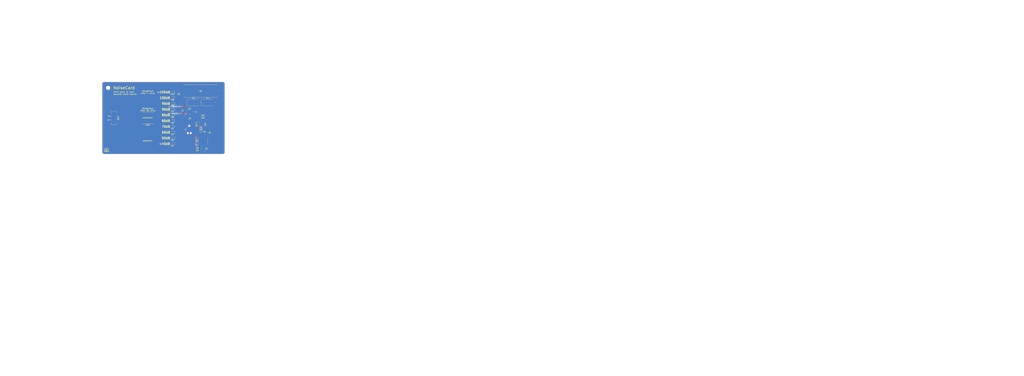
<source format=kicad_pcb>
(kicad_pcb (version 20221018) (generator pcbnew)
  (title_block (title "NoiseCard") (date "2024-06-01") (company "bitgloo") (comment 1 "Drawn by Clyne Sullivan") (comment 2 "Released under the CERN Open Hardware License Version 2 - Strongly Reciprocal"))
  (layers (0 "F.Cu" signal) (31 "B.Cu" signal) (34 "B.Paste" user) (35 "F.Paste" user) (36 "B.SilkS" user "B.Silkscreen") (37 "F.SilkS" user "F.Silkscreen") (38 "B.Mask" user) (39 "F.Mask" user) (44 "Edge.Cuts" user))
  (net 0 "")
  (net 1 "SWCLK")
  (net 2 "GND")
  (net 3 "MIC_WS")
  (net 4 "MIC_BCLK")
  (net 5 "Net-(MK1-DATA_OUT)")
  (net 6 "MIC_DATA_OUT")
  (net 7 "Net-(U1-PA4)")
  (net 8 "SWDIO")
  (net 9 "+1V8")
  (net 10 "Net-(U2-SW)")
  (net 11 "VDC")
  (net 12 "Net-(U1-PA5)")
  (net 13 "LED0")
  (net 14 "Net-(D1-A)")
  (net 15 "LED1")
  (net 16 "LED2")
  (net 17 "LED3")
  (net 18 "LED4")
  (net 19 "LED5")
  (net 20 "LED6")
  (net 21 "LED7")
  (net 22 "LED8")
  (net 23 "LED9")
  (net 24 "NRST")
  (net 25 "EN")
  (net 26 "Net-(U1-PA12{slash}PA10)")
  (footprint "MountingHole:MountingHole_2.5mm" (layer "F.Cu") (at 114 54)
    (fp_text reference "H1" hide)
    (fp_text value "MountingHole_Pad")
  )
  (footprint "Capacitor_Tantalum_SMD:CP_EIA-7343-15_Kemet-W" (layer "F.Cu") (at 183.25 64.25)
    (fp_text reference "C4")
    (fp_text value "330u")
  )
  (footprint "Package_TO_SOT_SMD:TSOT-23-5" (layer "F.Cu") (at 170.75 70.6875)
    (fp_text reference "U2")
    (fp_text value "LM3670MF")
  )
  (footprint "Capacitor_SMD:C_0603_1608Metric" (layer "F.Cu") (at 177.775 80.25 180)
    (fp_text reference "C6")
    (fp_text value "0.1U")
  )
  (footprint "Capacitor_SMD:C_0805_2012Metric" (layer "F.Cu") (at 178.55 95.925)
    (fp_text reference "C8")
    (fp_text value "2U2")
  )
  (footprint "Connector:Tag-Connect_TC2030-IDC-NL_2x03_P1.27mm_Vertical" (layer "F.Cu") (at 170.5 83 -90)
    (fp_text reference "J1")
    (fp_text value "Conn_ARM_SWD_TagConnect_TC2030-NL")
  )
  (footprint "Resistor_SMD:R_0603_1608Metric" (layer "F.Cu") (at 163.25 57 180)
    (fp_text reference "R1")
    (fp_text value "51")
  )
  (footprint "Capacitor_SMD:C_0603_1608Metric" (layer "F.Cu") (at 178.75 97.675)
    (fp_text reference "C9")
    (fp_text value "0.1U")
  )
  (footprint "LED_SMD:LED_0603_1608Metric" (layer "F.Cu") (at 158.7875 77 180)
    (fp_text reference "D5")
    (fp_text value "LED")
  )
  (footprint "Resistor_SMD:R_0603_1608Metric" (layer "F.Cu") (at 181 86)
    (fp_text reference "R3")
    (fp_text value "51")
  )
  (footprint "Button_Switch_SMD:SW_DPDT_CK_JS202011JCQN" (layer "F.Cu") (at 118 75 -90)
    (fp_text reference "SW1")
    (fp_text value "SW_DPDT_x2")
  )
  (footprint "LED_SMD:LED_0603_1608Metric" (layer "F.Cu") (at 158.7875 73 180)
    (fp_text reference "D6")
    (fp_text value "LED")
  )
  (footprint "LED_SMD:LED_0603_1608Metric" (layer "F.Cu") (at 158.7875 65 180)
    (fp_text reference "D8")
    (fp_text value "LED")
  )
  (footprint "LED_SMD:LED_0603_1608Metric" (layer "F.Cu") (at 158.7875 89 180)
    (fp_text reference "D2")
    (fp_text value "LED")
  )
  (footprint "Capacitor_SMD:C_0603_1608Metric" (layer "F.Cu") (at 177.775 78.75 180)
    (fp_text reference "C7")
    (fp_text value "200P")
  )
  (footprint "LED_SMD:LED_0603_1608Metric" (layer "F.Cu") (at 158.7875 57 180)
    (fp_text reference "D10")
    (fp_text value "LED")
  )
  (footprint "Resistor_SMD:R_0603_1608Metric" (layer "F.Cu") (at 180.25 79.5 -90)
    (fp_text reference "R10")
    (fp_text value "51")
  )
  (footprint "TestPoint:TestPoint_Pad_D1.0mm" (layer "F.Cu") (at 178.5 84.5)
    (fp_text reference "TP1")
    (fp_text value "TestPoint")
  )
  (footprint "LED_SMD:LED_0603_1608Metric" (layer "F.Cu") (at 158.7875 81 180)
    (fp_text reference "D4")
    (fp_text value "LED")
  )
  (footprint "Inductor_SMD:L_0805_2012Metric" (layer "F.Cu") (at 173.75 70.6875 -90)
    (fp_text reference "L1")
    (fp_text value "10u")
  )
  (footprint "noisemeter:MIC_SPH0645LM4H-B" (layer "F.Cu") (at 180 75 180)
    (fp_text reference "MK1")
    (fp_text value "SPH0645LM4H-B")
  )
  (footprint "Capacitor_SMD:C_0603_1608Metric" (layer "F.Cu") (at 181 96.425 -90)
    (fp_text reference "C5")
    (fp_text value "0.1U")
  )
  (footprint "LED_SMD:LED_0603_1608Metric" (layer "F.Cu") (at 158.7875 93 180)
    (fp_text reference "D1")
    (fp_text value "LED")
  )
  (footprint "Resistor_SMD:R_0603_1608Metric" (layer "F.Cu") (at 183.25 85.25 -90)
    (fp_text reference "R2")
    (fp_text value "51")
  )
  (footprint "Capacitor_SMD:C_0805_2012Metric" (layer "F.Cu") (at 167.5 69.6875 -90)
    (fp_text reference "C1")
    (fp_text value "4u7")
  )
  (footprint "LED_SMD:LED_0603_1608Metric" (layer "F.Cu") (at 158.7875 61 180)
    (fp_text reference "D9")
    (fp_text value "LED")
  )
  (footprint "Library:KXOB25-02X8F-TR_IXY" (layer "F.Cu") (at 178.25 56.25 180)
    (fp_text reference "B1")
    (fp_text value "KXOB25-02X8F-TR")
  )
  (footprint "Capacitor_SMD:C_0805_2012Metric" (layer "F.Cu") (at 170.75 73.6875 180)
    (fp_text reference "C2")
    (fp_text value "10u")
  )
  (footprint "LED_SMD:LED_0603_1608Metric" (layer "F.Cu") (at 158.7875 85 180)
    (fp_text reference "D3")
    (fp_text value "LED")
  )
  (footprint "Capacitor_Tantalum_SMD:CP_EIA-7343-15_Kemet-W" (layer "F.Cu") (at 173.25 64.25)
    (fp_text reference "C3")
    (fp_text value "330u")
  )
  (footprint "Package_SO:TSSOP-20_4.4x6.5mm_P0.65mm" (layer "F.Cu") (at 180 90.75 90)
    (fp_text reference "U1")
    (fp_text value "STM32G031F6Px")
  )
  (footprint "LED_SMD:LED_0603_1608Metric" (layer "F.Cu") (at 158.7875 69 180)
    (fp_text reference "D7")
    (fp_text value "LED")
  )
  (gr_line (start 145.6 78.8) (end 137.6 78.8) (stroke (width 0.15)) (layer "F.SilkS"))
  (gr_line (start 145.6 71) (end 137.6 71) (stroke (width 0.15)) (layer "F.SilkS"))
  (gr_poly (pts (xy 112.913733 95.905135) (xy 112.991006 95.909286) (xy 113.027346 95.912433) (xy 113.061583 95.91629) (xy 113.093287 95.920855) (xy 113.12203 95.926126) (xy 113.228728 95.953368) (xy 113.333008 95.98862) (xy 113.4346 96.031623) (xy 113.533237 96.08212) (xy 113.628649 96.139851) (xy 113.720567 96.204559) (xy 113.808724 96.275984) (xy 113.89285 96.353869) (xy 113.972676 96.437955) (xy 114.047934 96.527984) (xy 114.118355 96.623697) (xy 114.183671 96.724837) (xy 114.243612 96.831144) (xy 114.29791 96.94236) (xy 114.346297 97.058227) (xy 114.388503 97.178487) (xy 114.418585 97.278071) (xy 114.442963 97.374224) (xy 114.453141 97.422163) (xy 114.462049 97.470624) (xy 114.469736 97.520067) (xy 114.476256 97.570952) (xy 114.48166 97.623739) (xy 114.485999 97.678887) (xy 114.49169 97.798108) (xy 114.493743 97.932295) (xy 114.492572 98.085126) (xy 114.48728 98.462598) (xy 114.434364 98.504932) (xy 114.416401 98.518399) (xy 114.407567 98.523903) (xy 114.398149 98.528661) (xy 114.387635 98.532727) (xy 114.375514 98.536154) (xy 114.361275 98.538998) (xy 114.344405 98.541312) (xy 114.324394 98.54315) (xy 114.300728 98.544567) (xy 114.240391 98.546355) (xy 114.1593 98.54711) (xy 114.053364 98.547265) (xy 113.945484 98.547179) (xy 113.901598 98.546974) (xy 113.863691 98.546576) (xy 113.83122 98.545919) (xy 113.816853 98.545474) (xy 113.803643 98.54494) (xy 113.79152 98.544308) (xy 113.780417 98.543572) (xy 113.770266 98.542723) (xy 113.760999 98.541753) (xy 113.752549 98.540653) (xy 113.744848 98.539417) (xy 113.737827 98.538035) (xy 113.731419 98.536499) (xy 113.725557 98.534802) (xy 113.720172 98.532935) (xy 113.715197 98.530891) (xy 113.710563 98.528661) (xy 113.706203 98.526238) (xy 113.702049 98.523612) (xy 113.698034 98.520777) (xy 113.694088 98.517723) (xy 113.690146 98.514444) (xy 113.686138 98.51093) (xy 113.677655 98.503168) (xy 113.671278 98.496963) (xy 113.665375 98.490596) (xy 113.659944 98.48408) (xy 113.654983 98.477426) (xy 113.650492 98.470648) (xy 113.646467 98.463759) (xy 113.642909 98.456772) (xy 113.639814 98.4497) (xy 113.637182 98.442555) (xy 113.635011 98.435351) (xy 113.6333 98.4281) (xy 113.632046 98.420816) (xy 113.631248 98.413511) (xy 113.630904 98.406198) (xy 113.631013 98.398891) (xy 113.631574 98.391602) (xy 113.632584 98.384343) (xy 113.634042 98.377129) (xy 113.635946 98.369971) (xy 113.638295 98.362883) (xy 113.641087 98.355878) (xy 113.644321 98.348968) (xy 113.647995 98.342167) (xy 113.652106 98.335488) (xy 113.656655 98.328943) (xy 113.661639 98.322545) (xy 113.667056 98.316307) (xy 113.672905 98.310242) (xy 113.679184 98.304363) (xy 113.685891 98.298684) (xy 113.693026 98.293216) (xy 113.700586 98.287973) (xy 113.720082 98.275595) (xy 113.729518 98.270474) (xy 113.739143 98.266007) (xy 113.749254 98.26215) (xy 113.760148 98.258859) (xy 113.772122 98.256089) (xy 113.785473 98.253798) (xy 113.800498 98.251941) (xy 113.817495 98.250473) (xy 113.858592 98.248534) (xy 113.91114 98.247628) (xy 113.977516 98.247404) (xy 114.192711 98.247404) (xy 114.206822 98.111584) (xy 114.211657 98.040847) (xy 114.213009 97.967204) (xy 114.210992 97.891136) (xy 114.20572 97.813129) (xy 114.197305 97.733664) (xy 114.185862 97.653225) (xy 114.171505 97.572295) (xy 114.154346 97.491357) (xy 114.134501 97.410895) (xy 114.112082 97.331391) (xy 114.087203 97.253329) (xy 114.059978 97.177192) (xy 114.030521 97.103463) (xy 113.998945 97.032625) (xy 113.965364 96.965162) (xy 113.929892 96.901557) (xy 113.887456 96.833814) (xy 113.842255 96.768896) (xy 113.794419 96.706898) (xy 113.744077 96.647915) (xy 113.691357 96.592043) (xy 113.63639 96.539377) (xy 113.579304 96.490014) (xy 113.520228 96.444048) (xy 113.459292 96.401575) (xy 113.396625 96.362692) (xy 113.332356 96.327493) (xy 113.266614 96.296074) (xy 113.199529 96.268531) (xy 113.131229 96.244959) (xy 113.061844 96.225454) (xy 112.991502 96.210112) (xy 112.942592 96.20143) (xy 112.921619 96.19802) (xy 112.902509 96.195229) (xy 112.884918 96.193059) (xy 112.868502 96.191509) (xy 112.852919 96.190578) (xy 112.837824 96.190268) (xy 112.822873 96.190578) (xy 112.807724 96.191509) (xy 112.792032 96.193059) (xy 112.775454 96.195229) (xy 112.757646 96.19802) (xy 112.738264 96.20143) (xy 112.693405 96.210112) (xy 112.621501 96.226451) (xy 112.551919 96.245738) (xy 112.484585 96.268027) (xy 112.419424 96.293373) (xy 112.356361 96.32183) (xy 112.295321 96.353452) (xy 112.236229 96.388294) (xy 112.179011 96.426409) (xy 112.123591 96.467852) (xy 112.069895 96.512678) (xy 112.017847 96.560939) (xy 111.967372 96.612692) (xy 111.918396 96.66799) (xy 111.870844 96.726887) (xy 111.82464 96.789437) (xy 111.779711 96.855695) (xy 111.748767 96.905429) (xy 111.719439 96.956072) (xy 111.691728 97.007624) (xy 111.665637 97.060086) (xy 111.641168 97.113457) (xy 111.618325 97.167738) (xy 111.59711 97.222929) (xy 111.577525 97.279029) (xy 111.559573 97.336038) (xy 111.543257 97.393957) (xy 111.528578 97.452786) (xy 111.515541 97.512523) (xy 111.504147 97.573171) (xy 111.494398 97.634728) (xy 111.486299 97.697194) (xy 111.47985 97.76057) (xy 111.473325 97.839201) (xy 111.468329 97.917336) (xy 111.464905 97.992494) (xy 111.463093 98.062195) (xy 111.462934 98.123959) (xy 111.464471 98.175305) (xy 111.465888 98.196296) (xy 111.467744 98.213752) (xy 111.470044 98.227364) (xy 111.472794 98.23682) (xy 111.474831 98.241207) (xy 111.477759 98.245123) (xy 111.481766 98.248595) (xy 111.487043 98.251648) (xy 111.493777 98.254309) (xy 111.502157 98.256602) (xy 111.512371 98.258555) (xy 111.524608 98.260192) (xy 111.555907 98.262624) (xy 111.597562 98.264106) (xy 111.651081 98.264843) (xy 111.717975 98.265043) (xy 111.788554 98.26526) (xy 111.818174 98.265589) (xy 111.844396 98.266117) (xy 111.867507 98.266884) (xy 111.887794 98.267926) (xy 111.905543 98.269284) (xy 111.913556 98.270093) (xy 111.921042 98.270996) (xy 111.928038 98.271997) (xy 111.934578 98.2731) (xy 111.940699 98.274312) (xy 111.946436 98.275636) (xy 111.951826 98.277078) (xy 111.956905 98.278643) (xy 111.961707 98.280334) (xy 111.96627 98.282158) (xy 111.970628 98.284119) (xy 111.974818 98.286221) (xy 111.978876 98.28847) (xy 111.982837 98.290871) (xy 111.986738 98.293427) (xy 111.990613 98.296146) (xy 111.998433 98.302084) (xy 112.00389 98.306691) (xy 112.009015 98.311572) (xy 112.013809 98.31671) (xy 112.01827 98.32209) (xy 112.022397 98.327696) (xy 112.026191 98.333513) (xy 112.02965 98.339523) (xy 112.032774 98.345713) (xy 112.035562 98.352065) (xy 112.038013 98.358564) (xy 112.040127 98.365195) (xy 112.041903 98.37194) (xy 112.043341 98.378786) (xy 112.04444 98.385714) (xy 112.045199 98.392711) (xy 112.045617 98.39976) (xy 112.045694 98.406844) (xy 112.04543 98.413949) (xy 112.044824 98.421059) (xy 112.043874 98.428157) (xy 112.042581 98.435229) (xy 112.040943 98.442257) (xy 112.03896 98.449226) (xy 112.036632 98.456121) (xy 112.033958 98.462926) (xy 112.030937 98.469624) (xy 112.027568 98.4762) (xy 112.023851 98.482638) (xy 112.019785 98.488923) (xy 112.01537 98.495038) (xy 112.010605 98.500967) (xy 112.005489 98.506695) (xy 111.992273 98.520087) (xy 111.98535 98.525504) (xy 111.977487 98.53015) (xy 111.968135 98.534082) (xy 111.956747 98.53736) (xy 111.942776 98.540044) (xy 111.925673 98.542194) (xy 111.87988 98.545126) (xy 111.814989 98.546631) (xy 111.610377 98.547265) (xy 111.252308 98.547265) (xy 111.21703 98.501404) (xy 111.20531 98.485115) (xy 111.200512 98.476413) (xy 111.19636 98.466677) (xy 111.192807 98.455412) (xy 111.189807 98.442121) (xy 111.187314 98.426308) (xy 111.18528 98.407477) (xy 111.182407 98.358777) (xy 111.180815 98.292052) (xy 111.179989 98.088654) (xy 111.180888 97.941731) (xy 111.183875 97.814507) (xy 111.186287 97.757048) (xy 111.189383 97.703034) (xy 111.193219 97.65197) (xy 111.197848 97.603364) (xy 111.203324 97.556721) (xy 111.209703 97.511549) (xy 111.217037 97.467353) (xy 111.225381 97.42364) (xy 111.23479 97.379917) (xy 111.245318 97.33569) (xy 111.269947 97.243751) (xy 111.295227 97.160176) (xy 111.308541 97.120034) (xy 111.322367 97.080839) (xy 111.336752 97.042482) (xy 111.35174 97.004851) (xy 111.36738 96.967834) (xy 111.383718 96.931322) (xy 111.400799 96.895202) (xy 111.418672 96.859364) (xy 111.437381 96.823697) (xy 111.456974 96.788089) (xy 111.477498 96.752429) (xy 111.498998 96.716606) (xy 111.545114 96.644029) (xy 111.592506 96.576164) (xy 111.642641 96.510886) (xy 111.695364 96.4483) (xy 111.750524 96.388513) (xy 111.807968 96.33163) (xy 111.867543 96.277757) (xy 111.929098 96.226999) (xy 111.99248 96.179465) (xy 112.057536 96.135257) (xy 112.124114 96.094484) (xy 112.192061 96.057251) (xy 112.261225 96.023664) (xy 112.331454 95.993828) (xy 112.402594 95.96785) (xy 112.474495 95.945835) (xy 112.547003 95.92789) (xy 112.575126 95.922308) (xy 112.606293 95.917468) (xy 112.640074 95.913367) (xy 112.676042 95.910003) (xy 112.752819 95.905473) (xy 112.833193 95.903857)) (fill solid) (layer "F.SilkS"))
  (gr_poly (pts (xy 112.8 97) (xy 112.848627 97.002098) (xy 112.889469 97.00443) (xy 112.908364 97.005877) (xy 112.926321 97.007528) (xy 112.9434 97.009395) (xy 112.95966 97.011493) (xy 112.975159 97.013833) (xy 112.989959 97.01643) (xy 113.004118 97.019295) (xy 113.017696 97.022441) (xy 113.030751 97.025883) (xy 113.043344 97.029631) (xy 113.055534 97.033701) (xy 113.067381 97.038103) (xy 113.078943 97.042852) (xy 113.09028 97.047959) (xy 113.135901 97.071774) (xy 113.178843 97.098905) (xy 113.219113 97.129365) (xy 113.25672 97.163163) (xy 113.29167 97.20031) (xy 113.323971 97.240816) (xy 113.353632 97.284691) (xy 113.38066 97.331945) (xy 113.405063 97.38259) (xy 113.426849 97.436635) (xy 113.446025 97.494091) (xy 113.462599 97.554967) (xy 113.476578 97.619275) (xy 113.487972 97.687025) (xy 113.496786 97.758226) (xy 113.50303 97.83289) (xy 113.504549 97.867405) (xy 113.50518 97.904376) (xy 113.504984 97.943154) (xy 113.504022 97.983096) (xy 113.502358 98.023554) (xy 113.500054 98.063884) (xy 113.49717 98.103438) (xy 113.49377 98.14157) (xy 113.489915 98.177636) (xy 113.485667 98.210989) (xy 113.481088 98.240983) (xy 113.476241 98.266972) (xy 113.471187 98.28831) (xy 113.465989 98.304351) (xy 113.463354 98.310184) (xy 113.460707 98.31445) (xy 113.458055 98.317068) (xy 113.455405 98.317959) (xy 113.454729 98.318046) (xy 113.454023 98.318305) (xy 113.452532 98.319317) (xy 113.450948 98.320959) (xy 113.449287 98.323196) (xy 113.447563 98.325991) (xy 113.445794 98.329307) (xy 113.443993 98.33311) (xy 113.442176 98.337362) (xy 113.44036 98.342028) (xy 113.438559 98.34707) (xy 113.436789 98.352454) (xy 113.435066 98.358143) (xy 113.433404 98.3641) (xy 113.43182 98.37029) (xy 113.430329 98.376677) (xy 113.428947 98.383223) (xy 113.425343 98.400563) (xy 113.420534 98.418756) (xy 113.414599 98.437662) (xy 113.407615 98.457141) (xy 113.399659 98.477055) (xy 113.39081 98.497263) (xy 113.381144 98.517626) (xy 113.370739 98.538004) (xy 113.359672 98.558259) (xy 113.348022 98.57825) (xy 113.335865 98.597838) (xy 113.323279 98.616883) (xy 113.310342 98.635246) (xy 113.297131 98.652788) (xy 113.283723 98.669369) (xy 113.270197 98.684848) (xy 113.249079 98.706816) (xy 113.226787 98.727407) (xy 113.203397 98.746622) (xy 113.178985 98.764458) (xy 113.153627 98.780914) (xy 113.127399 98.795989) (xy 113.100379 98.809681) (xy 113.072641 98.821991) (xy 113.044263 98.832915) (xy 113.01532 98.842453) (xy 112.985889 98.850603) (xy 112.956046 98.857365) (xy 112.925866 98.862736) (xy 112.895427 98.866716) (xy 112.864805 98.869304) (xy 112.834075 98.870497) (xy 112.803315 98.870296) (xy 112.772599 98.868697) (xy 112.742005 98.865701) (xy 112.711609 98.861306) (xy 112.681487 98.85551) (xy 112.651714 98.848313) (xy 112.622368 98.839712) (xy 112.593525 98.829707) (xy 112.56526 98.818297) (xy 112.537651 98.80548) (xy 112.510772 98.791254) (xy 112.484701 98.775619) (xy 112.459514 98.758574) (xy 112.435287 98.740116) (xy 112.412095 98.720245) (xy 112.390016 98.698959) (xy 112.363178 98.669417) (xy 112.338195 98.638239) (xy 112.315021 98.605279) (xy 112.293609 98.570388) (xy 112.273912 98.53342) (xy 112.26811 98.520807) (xy 112.626377 98.520807) (xy 112.663419 98.550793) (xy 112.668089 98.554327) (xy 112.673474 98.557654) (xy 112.686226 98.563684) (xy 112.701355 98.568877) (xy 112.718541 98.573227) (xy 112.737463 98.57673) (xy 112.757801 98.57938) (xy 112.779235 98.581172) (xy 112.801443 98.582102) (xy 112.824107 98.582163) (xy 112.846905 98.581351) (xy 112.869517 98.57966) (xy 112.891622 98.577086) (xy 112.912901 98.573623) (xy 112.933032 98.569265) (xy 112.951696 98.564009) (xy 112.968572 98.557848) (xy 112.974701 98.554941) (xy 112.981143 98.551537) (xy 112.987838 98.547678) (xy 112.994727 98.543406) (xy 113.00175 98.538762) (xy 113.008849 98.533788) (xy 113.015962 98.528524) (xy 113.023032 98.523011) (xy 113.029998 98.517293) (xy 113.036802 98.511408) (xy 113.043383 98.5054) (xy 113.049683 98.499309) (xy 113.055642 98.493177) (xy 113.0612 98.487045) (xy 113.066298 98.480954) (xy 113.070877 98.474945) (xy 113.08573 98.454145) (xy 113.099244 98.433225) (xy 113.111487 98.411903) (xy 113.122526 98.389893) (xy 113.132428 98.366912) (xy 113.141261 98.342674) (xy 113.149091 98.316897) (xy 113.155985 98.289296) (xy 113.162011 98.259587) (xy 113.167237 98.227484) (xy 113.171728 98.192705) (xy 113.175553 98.154965) (xy 113.181472 98.069465) (xy 113.18553 97.968709) (xy 113.18718 97.911717) (xy 113.188149 97.859045) (xy 113.188414 97.811541) (xy 113.187956 97.770051) (xy 113.186753 97.735425) (xy 113.185867 97.72095) (xy 113.184786 97.708508) (xy 113.183509 97.698206) (xy 113.182034 97.690149) (xy 113.180356 97.684444) (xy 113.179441 97.682506) (xy 113.178475 97.681195) (xy 113.177199 97.680692) (xy 113.175363 97.68116) (xy 113.170034 97.684964) (xy 113.162545 97.69252) (xy 113.152953 97.70374) (xy 113.127687 97.73682) (xy 113.09469 97.783501) (xy 113.054417 97.84308) (xy 113.007322 97.914855) (xy 112.894488 98.092182) (xy 112.626377 98.520807) (xy 112.26811 98.520807) (xy 112.255885 98.494228) (xy 112.23948 98.452663) (xy 112.224652 98.408579) (xy 112.211353 98.361829) (xy 112.199537 98.312265) (xy 112.189158 98.259739) (xy 112.180169 98.204106) (xy 112.172523 98.145217) (xy 112.166175 98.082925) (xy 112.161077 98.017082) (xy 112.157183 97.947543) (xy 112.156353 97.929301) (xy 112.456372 97.929301) (xy 112.457706 98.008176) (xy 112.461271 98.080355) (xy 112.463833 98.111988) (xy 112.466883 98.139614) (xy 112.470399 98.162454) (xy 112.474356 98.179732) (xy 112.476493 98.186041) (xy 112.478731 98.190669) (xy 112.481069 98.193516) (xy 112.483502 98.194487) (xy 112.491791 98.18525) (xy 112.510367 98.159123) (xy 112.572414 98.065696) (xy 112.754259 97.780635) (xy 112.933459 97.491274) (xy 112.992198 97.392472) (xy 113.008625 97.362852) (xy 113.014433 97.349584) (xy 113.014392 97.348577) (xy 113.01427 97.347541) (xy 113.01407 97.346478) (xy 113.013792 97.345391) (xy 113.013014 97.343154) (xy 113.011953 97.340847) (xy 113.010622 97.338489) (xy 113.009038 97.336097) (xy 113.007216 97.333689) (xy 113.005173 97.331284) (xy 113.002922 97.328899) (xy 113.00048 97.326554) (xy 112.997863 97.324265) (xy 112.995085 97.322051) (xy 112.992163 97.31993) (xy 112.989111 97.31792) (xy 112.985946 97.31604) (xy 112.982683 97.314306) (xy 112.970505 97.308645) (xy 112.95661 97.303575) (xy 112.941228 97.29911) (xy 112.924585 97.295262) (xy 112.906908 97.292045) (xy 112.888425 97.289471) (xy 112.869364 97.287553) (xy 112.84995 97.286305) (xy 112.830413 97.285739) (xy 112.810979 97.285867) (xy 112.791876 97.286704) (xy 112.773331 97.288262) (xy 112.755572 97.290553) (xy 112.738825 97.293591) (xy 112.723319 97.297389) (xy 112.70928 97.301959) (xy 112.68399 97.312311) (xy 112.660336 97.324252) (xy 112.638257 97.337883) (xy 112.617696 97.353305) (xy 112.598591 97.370618) (xy 112.580885 97.389923) (xy 112.564517 97.411321) (xy 112.549428 97.434912) (xy 112.535558 97.460798) (xy 112.522849 97.48908) (xy 112.51124 97.519857) (xy 112.500673 97.553231) (xy 112.491087 97.589302) (xy 112.482424 97.628172) (xy 112.474624 97.669941) (xy 112.467627 97.714709) (xy 112.464027 97.743642) (xy 112.461147 97.776345) (xy 112.458965 97.812041) (xy 112.457458 97.84995) (xy 112.456372 97.929301) (xy 112.156353 97.929301) (xy 112.153907 97.875523) (xy 112.152139 97.816216) (xy 112.15188 97.790393) (xy 112.152067 97.766624) (xy 112.152725 97.744534) (xy 112.153876 97.723749) (xy 112.155544 97.703895) (xy 112.157751 97.684596) (xy 112.160523 97.665478) (xy 112.16388 97.646166) (xy 112.167848 97.626285) (xy 112.172448 97.605462) (xy 112.183641 97.559487) (xy 112.197982 97.507561) (xy 112.21329 97.458849) (xy 112.229662 97.413217) (xy 112.247196 97.370531) (xy 112.265992 97.330655) (xy 112.286147 97.293457) (xy 112.307759 97.258801) (xy 112.319142 97.242384) (xy 112.330926 97.226553) (xy 112.343124 97.21129) (xy 112.355747 97.196579) (xy 112.368808 97.182403) (xy 112.38232 97.168744) (xy 112.396294 97.155587) (xy 112.410743 97.142915) (xy 112.425679 97.13071) (xy 112.441114 97.118956) (xy 112.473532 97.096733) (xy 112.508094 97.076113) (xy 112.544898 97.05696) (xy 112.584044 97.03914) (xy 112.615887 97.025611) (xy 112.630278 97.020052) (xy 112.643989 97.015245) (xy 112.657276 97.011151) (xy 112.670396 97.007731) (xy 112.683603 97.004947) (xy 112.697154 97.00276) (xy 112.711304 97.001131) (xy 112.726309 97.000021) (xy 112.742426 96.999392) (xy 112.759909 96.999204)) (fill solid) (layer "F.SilkS"))
  (gr_arc (start 111 100) (mid 110.292893 99.707107) (end 110 99) (stroke (width 0.1)) (layer "Edge.Cuts"))
  (gr_arc (start 195 99) (mid 194.707107 99.707107) (end 194 100) (stroke (width 0.1)) (layer "Edge.Cuts"))
  (gr_line (start 110 51) (end 110 99) (stroke (width 0.1)) (layer "Edge.Cuts"))
  (gr_arc (start 194 50) (mid 194.707107 50.292893) (end 195 51) (stroke (width 0.1)) (layer "Edge.Cuts"))
  (gr_line (start 111 50) (end 194 50) (stroke (width 0.1)) (layer "Edge.Cuts"))
  (gr_line (start 111 100) (end 194 100) (stroke (width 0.1)) (layer "Edge.Cuts"))
  (gr_arc (start 110 51) (mid 110.292893 50.292893) (end 111 50) (stroke (width 0.1)) (layer "Edge.Cuts"))
  (gr_line (start 195 99) (end 195 51) (stroke (width 0.1)) (layer "Edge.Cuts"))
  (gr_text "peaceful" (at 141.4 90.8) (layer "F.SilkS") (effects (font (size 1 1))))
  (gr_text "dangerous\nafter 4 mins" (at 141.6 57) (layer "F.SilkS") (effects (font (size 1 1))))
  (gr_text "90dB" (at 157.25 69) (layer "F.SilkS") (effects (font (size 1.5 1.5) (thickness 0.3) bold) (justify right)))
  (gr_text "OFF" (at 115.6 76.4) (layer "F.SilkS") (effects (font (size 0.75 0.75) (thickness 0.125)) (justify right)))
  (gr_text "dangerous\nafter 30 mins" (at 141.6 70.4) (layer "F.SilkS") (effects (font (size 1 1)) (justify bottom)))
  (gr_text "unhealthy" (at 141.4 74.8) (layer "F.SilkS") (effects (font (size 1 1))))
  (gr_text "80dB" (at 157.25 77) (layer "F.SilkS") (effects (font (size 1.5 1.5) (thickness 0.3) bold) (justify right)))
  (gr_text "50dB" (at 157.25 89) (layer "F.SilkS") (effects (font (size 1.5 1.5) (thickness 0.3) bold) (justify right)))
  (gr_text "60dB" (at 157.25 85) (layer "F.SilkS") (effects (font (size 1.5 1.5) (thickness 0.3) bold) (justify right)))
  (gr_text "safe" (at 141.6 79.2) (layer "F.SilkS") (effects (font (size 1 1)) (justify top)))
  (gr_text "70dB" (at 157.25 81) (layer "F.SilkS") (effects (font (size 1.5 1.5) (thickness 0.3) bold) (justify right)))
  (gr_text "85dB" (at 157.25 73) (layer "F.SilkS") (effects (font (size 1.5 1.5) (thickness 0.3) bold) (justify right)))
  (gr_text "95dB" (at 157.25 65) (layer "F.SilkS") (effects (font (size 1.5 1.5) (thickness 0.3) bold) (justify right)))
  (gr_text "<40dB" (at 157.2 93) (layer "F.SilkS") (effects (font (size 1.5 1.5) (thickness 0.3) bold) (justify right)))
  (gr_text "Point back of card\ntowards noise source" (at 117.6 56.2) (layer "F.SilkS") (effects (font (size 1 1)) (justify left top)))
  (gr_text "100dB" (at 157.25 61) (layer "F.SilkS") (effects (font (size 1.5 1.5) (thickness 0.3) bold) (justify right)))
  (gr_text "NoiseCard" (at 117.4 52.8) (layer "F.SilkS") (effects (font (size 2 2) (thickness 0.3)) (justify left top)))
  (gr_text "ON" (at 115.6 73.8) (layer "F.SilkS") (effects (font (size 0.75 0.75) (thickness 0.125)) (justify right)))
  (gr_text ">105dB" (at 157.25 57) (layer "F.SilkS") (effects (font (size 1.5 1.5) (thickness 0.3) bold) (justify right)))
  (segment (start 177.725 87.8875) (end 177.725 86.475) (width 0.25) (layer "F.Cu") (net 1))
  (segment (start 174.25 83) (end 171.135 83) (width 0.25) (layer "F.Cu") (net 1))
  (segment (start 177.725 86.475) (end 174.25 83) (width 0.25) (layer "F.Cu") (net 1))
  (segment (start 177 78.75) (end 177 77.5) (width 0.25) (layer "F.Cu") (net 2))
  (segment (start 116.8 77.5) (end 119.2 77.5) (width 0.25) (layer "F.Cu") (net 2))
  (segment (start 168.02 84.27) (end 168 84.25) (width 0.25) (layer "F.Cu") (net 2))
  (segment (start 169.865 84.27) (end 168.02 84.27) (width 0.25) (layer "F.Cu") (net 2))
  (segment (start 177 80.25) (end 177 78.75) (width 0.25) (layer "F.Cu") (net 2))
  (segment (start 182.498 76.252) (end 182.5 76.25) (width 0.25) (layer "F.Cu") (net 2))
  (segment (start 180.9 76.252) (end 182.498 76.252) (width 0.25) (layer "F.Cu") (net 2))
  (segment (start 176.3625 64.25) (end 178.25 64.25) (width 0.5) (layer "F.Cu") (net 2))
  (segment (start 188.9307 56.25) (end 191 56.25) (width 0.5) (layer "F.Cu") (net 2))
  (segment (start 186.3625 64.25) (end 188.25 64.25) (width 0.5) (layer "F.Cu") (net 2))
  (via (at 188.25 64.25) (size 0.8) (drill 0.4) (layers "F.Cu" "B.Cu") (net 2))
  (via (at 181 98.5) (size 0.8) (drill 0.4) (layers "F.Cu" "B.Cu") (net 2))
  (via (at 191 56.25) (size 0.8) (drill 0.4) (layers "F.Cu" "B.Cu") (net 2))
  (via (at 182.5 76.25) (size 0.8) (drill 0.4) (layers "F.Cu" "B.Cu") (net 2))
  (via (at 178.25 64.25) (size 0.8) (drill 0.4) (layers "F.Cu" "B.Cu") (net 2))
  (via (at 177 77.5) (size 0.8) (drill 0.4) (layers "F.Cu" "B.Cu") (net 2))
  (via (at 167 73.25) (size 0.8) (drill 0.4) (layers "F.Cu" "B.Cu") (net 2))
  (via (at 168 84.25) (size 0.8) (drill 0.4) (layers "F.Cu" "B.Cu") (net 2))
  (segment (start 182.425 84.425) (end 181.75 83.75) (width 0.25) (layer "F.Cu") (net 3))
  (segment (start 181.75 83.75) (end 181.75 77.924) (width 0.25) (layer "F.Cu") (net 3))
  (segment (start 183.25 84.425) (end 182.425 84.425) (width 0.25) (layer "F.Cu") (net 3))
  (segment (start 181.75 77.924) (end 180.9 77.074) (width 0.25) (layer "F.Cu") (net 3))
  (segment (start 177.775 77.025) (end 178.548 76.252) (width 0.25) (layer "F.Cu") (net 4))
  (segment (start 180.175 84.175) (end 180.175 86) (width 0.25) (layer "F.Cu") (net 4))
  (segment (start 177.775 77.025) (end 177.775 81.775) (width 0.25) (layer "F.Cu") (net 4))
  (segment (start 178.548 76.252) (end 179.1 76.252) (width 0.25) (layer "F.Cu") (net 4))
  (segment (start 177.775 81.775) (end 180.175 84.175) (width 0.25) (layer "F.Cu") (net 4))
  (segment (start 180 78.425) (end 180.25 78.675) (width 0.25) (layer "F.Cu") (net 5))
  (segment (start 180 77.074) (end 180 78.425) (width 0.25) (layer "F.Cu") (net 5))
  (segment (start 180.975 87.8875) (end 180.975 81.975) (width 0.25) (layer "F.Cu") (net 6))
  (segment (start 180.975 81.975) (end 180.25 81.25) (width 0.25) (layer "F.Cu") (net 6))
  (segment (start 180.25 81.25) (end 180.25 80.325) (width 0.25) (layer "F.Cu") (net 6))
  (segment (start 182.925 86.4) (end 183.25 86.075) (width 0.25) (layer "F.Cu") (net 7))
  (segment (start 182.925 87.8875) (end 182.925 86.4) (width 0.25) (layer "F.Cu") (net 7))
  (segment (start 178.375 87.8875) (end 178.375 86.375) (width 0.25) (layer "F.Cu") (net 8))
  (segment (start 173.73 81.73) (end 171.135 81.73) (width 0.25) (layer "F.Cu") (net 8))
  (segment (start 178.375 86.375) (end 173.73 81.73) (width 0.25) (layer "F.Cu") (net 8))
  (segment (start 165.25 74.75) (end 165.5 75) (width 0.25) (layer "F.Cu") (net 9))
  (segment (start 165.25 62.75) (end 165.25 73.75) (width 0.25) (layer "F.Cu") (net 9))
  (segment (start 179.1 78.2) (end 178.55 78.75) (width 0.25) (layer "F.Cu") (net 9))
  (segment (start 177.6 97.3) (end 177.975 97.675) (width 0.25) (layer "F.Cu") (net 9))
  (segment (start 175.25 94) (end 175.25 94.5) (width 0.25) (layer "F.Cu") (net 9))
  (segment (start 177.6 95.925) (end 177.6 97.3) (width 0.25) (layer "F.Cu") (net 9))
  (segment (start 165.25 73.75) (end 165.25 74.75) (width 0.25) (layer "F.Cu") (net 9))
  (segment (start 179.1 77.074) (end 179.1 78.2) (width 0.25) (layer "F.Cu") (net 9))
  (segment (start 179.025 94.5) (end 177.6 95.925) (width 0.25) (layer "F.Cu") (net 9))
  (segment (start 178.55 80.25) (end 178.55 81.3) (width 0.25) (layer "F.Cu") (net 9))
  (segment (start 175.25 94.5) (end 176.675 95.925) (width 0.25) (layer "F.Cu") (net 9))
  (segment (start 179.025 93.6125) (end 179.025 94.5) (width 0.25) (layer "F.Cu") (net 9))
  (segment (start 178.55 81.3) (end 178.75 81.5) (width 0.25) (layer "F.Cu") (net 9))
  (segment (start 164.075 57) (end 165.25 58.175) (width 0.25) (layer "F.Cu") (net 9))
  (segment (start 176.675 95.925) (end 177.6 95.925) (width 0.25) (layer "F.Cu") (net 9))
  (segment (start 165.25 58.175) (end 165.25 62.75) (width 0.25) (layer "F.Cu") (net 9))
  (segment (start 178.55 78.75) (end 178.55 80.25) (width 0.25) (layer "F.Cu") (net 9))
  (via (at 175.25 87.25) (size 0.8) (drill 0.4) (layers "F.Cu" "B.Cu") (net 9))
  (via (at 176.25 81.75) (size 0.8) (drill 0.4) (layers "F.Cu" "B.Cu") (net 9))
  (via (at 175.25 94) (size 0.8) (drill 0.4) (layers "F.Cu" "B.Cu") (net 9))
  (via (at 178.75 81.5) (size 0.8) (drill 0.4) (layers "F.Cu" "B.Cu") (net 9))
  (segment (start 176.5 81.5) (end 176.25 81.75) (width 0.25) (layer "B.Cu") (net 9))
  (segment (start 178.75 81.5) (end 176.5 81.5) (width 0.25) (layer "B.Cu") (net 9))
  (segment (start 175.25 94) (end 175.25 87.25) (width 0.25) (layer "B.Cu") (net 9))
  (segment (start 173.6375 69.7375) (end 173.75 69.625) (width 0.25) (layer "F.Cu") (net 10))
  (segment (start 171.8875 69.7375) (end 173.6375 69.7375) (width 0.25) (layer "F.Cu") (net 10))
  (segment (start 119.2 72.5) (end 151.25 72.5) (width 0.25) (layer "F.Cu") (net 11))
  (segment (start 116.8 72.5) (end 119.2 72.5) (width 0.25) (layer "F.Cu") (net 11))
  (segment (start 151.25 72.5) (end 156.75 67) (width 0.25) (layer "F.Cu") (net 11))
  (via (at 167.5 67) (size 0.8) (drill 0.4) (layers "F.Cu" "B.Cu") (net 11))
  (via (at 156.75 67) (size 0.8) (drill 0.4) (layers "F.Cu" "B.Cu") (net 11))
  (segment (start 156.75 67) (end 167.5 67) (width 0.25) (layer "B.Cu") (net 11))
  (segment (start 182.275 86.45) (end 181.825 86) (width 0.25) (layer "F.Cu") (net 12))
  (segment (start 182.275 87.8875) (end 182.275 86.45) (width 0.25) (layer "F.Cu") (net 12))
  (segment (start 159.575 93) (end 175.75 93) (width 0.25) (layer "F.Cu") (net 13))
  (segment (start 175.75 93) (end 176.3625 93.6125) (width 0.25) (layer "F.Cu") (net 13))
  (segment (start 176.3625 93.6125) (end 177.075 93.6125) (width 0.25) (layer "F.Cu") (net 13))
  (segment (start 162.425 57) (end 162.425 56.175) (width 0.25) (layer "F.Cu") (net 14))
  (segment (start 162 55.75) (end 158.5 55.75) (width 0.25) (layer "F.Cu") (net 14))
  (segment (start 158 56.25) (end 158 57) (width 0.25) (layer "F.Cu") (net 14))
  (segment (start 158.5 55.75) (end 158 56.25) (width 0.25) (layer "F.Cu") (net 14))
  (segment (start 162.425 56.175) (end 162 55.75) (width 0.25) (layer "F.Cu") (net 14))
  (segment (start 158 93) (end 158 57) (width 0.25) (layer "F.Cu") (net 14))
  (segment (start 163.75 92.5) (end 160.25 89) (width 0.25) (layer "F.Cu") (net 15))
  (segment (start 177.349999 92.5) (end 163.75 92.5) (width 0.25) (layer "F.Cu") (net 15))
  (segment (start 160.25 89) (end 159.575 89) (width 0.25) (layer "F.Cu") (net 15))
  (segment (start 177.725 93.6125) (end 177.725 92.875001) (width 0.25) (layer "F.Cu") (net 15))
  (segment (start 177.725 92.875001) (end 177.349999 92.5) (width 0.25) (layer "F.Cu") (net 15))
  (segment (start 161 89) (end 161 85.5) (width 0.25) (layer "F.Cu") (net 16))
  (segment (start 177.499999 92) (end 164 92) (width 0.25) (layer "F.Cu") (net 16))
  (segment (start 178.375 92.875001) (end 177.499999 92) (width 0.25) (layer "F.Cu") (net 16))
  (segment (start 164 92) (end 161 89) (width 0.25) (layer "F.Cu") (net 16))
  (segment (start 160.5 85) (end 159.575 85) (width 0.25) (layer "F.Cu") (net 16))
  (segment (start 161 85.5) (end 160.5 85) (width 0.25) (layer "F.Cu") (net 16))
  (segment (start 178.375 93.6125) (end 178.375 92.875001) (width 0.25) (layer "F.Cu") (net 16))
  (segment (start 180.975 93.6125) (end 180.975 92.875001) (width 0.25) (layer "F.Cu") (net 17))
  (segment (start 160.5 81) (end 159.575 81) (width 0.25) (layer "F.Cu") (net 17))
  (segment (start 179.599999 91.5) (end 164.25 91.5) (width 0.25) (layer "F.Cu") (net 17))
  (segment (start 164.25 91.5) (end 161.5 88.75) (width 0.25) (layer "F.Cu") (net 17))
  (segment (start 180.975 92.875001) (end 179.599999 91.5) (width 0.25) (layer "F.Cu") (net 17))
  (segment (start 161.5 82) (end 160.5 81) (width 0.25) (layer "F.Cu") (net 17))
  (segment (start 161.5 88.75) (end 161.5 82) (width 0.25) (layer "F.Cu") (net 17))
  (segment (start 181.625 92.875001) (end 179.749999 91) (width 0.25) (layer "F.Cu") (net 18))
  (segment (start 179.749999 91) (end 164.5 91) (width 0.25) (layer "F.Cu") (net 18))
  (segment (start 162 78.5) (end 160.5 77) (width 0.25) (layer "F.Cu") (net 18))
  (segment (start 160.5 77) (end 159.575 77) (width 0.25) (layer "F.Cu") (net 18))
  (segment (start 164.5 91) (end 162 88.5) (width 0.25) (layer "F.Cu") (net 18))
  (segment (start 181.625 93.6125) (end 181.625 92.875001) (width 0.25) (layer "F.Cu") (net 18))
  (segment (start 162 88.5) (end 162 78.5) (width 0.25) (layer "F.Cu") (net 18))
  (segment (start 179.899999 90.5) (end 164.75 90.5) (width 0.25) (layer "F.Cu") (net 19))
  (segment (start 162.5 75) (end 160.5 73) (width 0.25) (layer "F.Cu") (net 19))
  (segment (start 182.275 92.875001) (end 179.899999 90.5) (width 0.25) (layer "F.Cu") (net 19))
  (segment (start 164.75 90.5) (end 162.5 88.25) (width 0.25) (layer "F.Cu") (net 19))
  (segment (start 160.5 73) (end 159.575 73) (width 0.25) (layer "F.Cu") (net 19))
  (segment (start 182.275 93.6125) (end 182.275 92.875001) (width 0.25) (layer "F.Cu") (net 19))
  (segment (start 162.5 88.25) (end 162.5 75) (width 0.25) (layer "F.Cu") (net 19))
  (segment (start 163 88) (end 163 71.5) (width 0.25) (layer "F.Cu") (net 20))
  (segment (start 160.5 69) (end 159.575 69) (width 0.25) (layer "F.Cu") (net 20))
  (segment (start 163 71.5) (end 160.5 69) (width 0.25) (layer "F.Cu") (net 20))
  (segment (start 182.925 93.6125) (end 182.925 92.875001) (width 0.25) (layer "F.Cu") (net 20))
  (segment (start 182.925 92.875001) (end 180.049999 90) (width 0.25) (layer "F.Cu") (net 20))
  (segment (start 165 90) (end 163 88) (width 0.25) (layer "F.Cu") (net 20))
  (segment (start 180.049999 90) (end 165 90) (width 0.25) (layer "F.Cu") (net 20))
  (segment (start 163.5 87.75) (end 163.5 68) (width 0.25) (layer "F.Cu") (net 21))
  (segment (start 181.625 87.8875) (end 181.625 88.578812) (width 0.25) (layer "F.Cu") (net 21))
  (segment (start 180.703812 89.5) (end 165.25 89.5) (width 0.25) (layer "F.Cu") (net 21))
  (segment (start 163.5 68) (end 160.5 65) (width 0.25) (layer "F.Cu") (net 21))
  (segment (start 181.625 88.578812) (end 180.703812 89.5) (width 0.25) (layer "F.Cu") (net 21))
  (segment (start 160.5 65) (end 159.575 65) (width 0.25) (layer "F.Cu") (net 21))
  (segment (start 165.25 89.5) (end 163.5 87.75) (width 0.25) (layer "F.Cu") (net 21))
  (segment (start 164 87.5) (end 164 64.5) (width 0.25) (layer "F.Cu") (net 22))
  (segment (start 164 64.5) (end 160.5 61) (width 0.25) (layer "F.Cu") (net 22))
  (segment (start 179.949999 89) (end 165.5 89) (width 0.25) (layer "F.Cu") (net 22))
  (segment (start 180.325 87.8875) (end 180.325 88.624999) (width 0.25) (layer "F.Cu") (net 22))
  (segment (start 165.5 89) (end 164 87.5) (width 0.25) (layer "F.Cu") (net 22))
  (segment (start 160.5 61) (end 159.575 61) (width 0.25) (layer "F.Cu") (net 22))
  (segment (start 180.325 88.624999) (end 179.949999 89) (width 0.25) (layer "F.Cu") (net 22))
  (segment (start 164.5 61) (end 164.5 87.25) (width 0.25) (layer "F.Cu") (net 23))
  (segment (start 164.5 87.25) (end 165.75 88.5) (width 0.25) (layer "F.Cu") (net 23))
  (segment (start 176.3625 87.8875) (end 177.075 87.8875) (width 0.25) (layer "F.Cu") (net 23))
  (segment (start 160.5 57) (end 164.5 61) (width 0.25) (layer "F.Cu") (net 23))
  (segment (start 175.75 88.5) (end 176.3625 87.8875) (width 0.25) (layer "F.Cu") (net 23))
  (segment (start 159.575 57) (end 160.5 57) (width 0.25) (layer "F.Cu") (net 23))
  (segment (start 165.75 88.5) (end 175.75 88.5) (width 0.25) (layer "F.Cu") (net 23))
  (segment (start 180.325 94.975) (end 181 95.65) (width 0.25) (layer "F.Cu") (net 24))
  (segment (start 180.325 93.6125) (end 180.325 94.975) (width 0.25) (layer "F.Cu") (net 24))
  (segment (start 122.5 73) (end 120.5 75) (width 0.25) (layer "F.Cu") (net 25))
  (segment (start 169.6125 71.6375) (end 168.3625 71.6375) (width 0.25) (layer "F.Cu") (net 25))
  (segment (start 168.3625 71.6375) (end 168 72) (width 0.25) (layer "F.Cu") (net 25))
  (segment (start 156.375 71.875) (end 155.25 73) (width 0.25) (layer "F.Cu") (net 25))
  (segment (start 116.8 75) (end 119.2 75) (width 0.25) (layer "F.Cu") (net 25))
  (segment (start 120.5 75) (end 119.2 75) (width 0.25) (layer "F.Cu") (net 25))
  (segment (start 155.25 73) (end 122.5 73) (width 0.25) (layer "F.Cu") (net 25))
  (via (at 168 72) (size 0.8) (drill 0.4) (layers "F.Cu" "B.Cu") (net 25))
  (via (at 156.375 71.875) (size 0.8) (drill 0.4) (layers "F.Cu" "B.Cu") (net 25))
  (segment (start 167.875 71.875) (end 168 72) (width 0.25) (layer "B.Cu") (net 25))
  (segment (start 156.375 71.875) (end 167.875 71.875) (width 0.25) (layer "B.Cu") (net 25))
  (segment (start 179.025 85.025) (end 178.5 84.5) (width 0.25) (layer "F.Cu") (net 26))
  (segment (start 179.025 87.8875) (end 179.025 85.025) (width 0.25) (layer "F.Cu") (net 26))
  (zone (net 11) (net_name "VDC") (layer "F.Cu") (priority 1) (connect_pads yes (clearance 0.25)) (min_thickness 0.25) (fill yes (thermal_gap 0.5) (thermal_bridge_width 0.5) (smoothing chamfer) (radius 0.25))
    (polygon (pts (xy 179.1 62.975) (xy 181.175 62.975) (xy 181.175 67.075) (xy 179.75 68.5) (xy 171.8125 68.5) (xy 170.275 70.0375) (xy 168.95 70.0375) (xy 168.225 69.3125) (xy 168.225 69.2375) (xy 166.775 69.2375) (xy 166.3882 68.8507) (xy 166.3882 52.5543) (xy 168.7504 52.5543) (xy 168.7504 60.5504) (xy 171.175 62.975) (xy 171.175 65.525) (xy 171.65 66) (xy 178.75 66) (xy 179.1 65.65)))
  )
  (zone (net 9) (net_name "+1V8") (layer "F.Cu") (priority 1) (connect_pads yes (clearance 0.25)) (min_thickness 0.25) (fill yes (thermal_gap 0.5) (thermal_bridge_width 0.5) (smoothing chamfer) (radius 0.25))
    (polygon (pts (xy 171.225 71.3375) (xy 173.125 71.3375) (xy 173.15 71.3125) (xy 174.35 71.3125) (xy 177.5 74.4625) (xy 177.5 86.5) (xy 176 88) (xy 166.25 88) (xy 165 86.75) (xy 165 75.25) (xy 165.75 74.5) (xy 170.6125 74.5) (xy 171.2 73.9125) (xy 171.2 71.3625)))
  )
  (zone (net 2) (net_name "GND") (layers "F&B.Cu") (connect_pads yes (clearance 0.25)) (min_thickness 0.25) (fill yes (thermal_gap 0.5) (thermal_bridge_width 0.5) (smoothing chamfer) (radius 0.25))
    (polygon (pts (xy 110 50) (xy 110 100) (xy 195 100) (xy 195 50)))
  )
)
</source>
